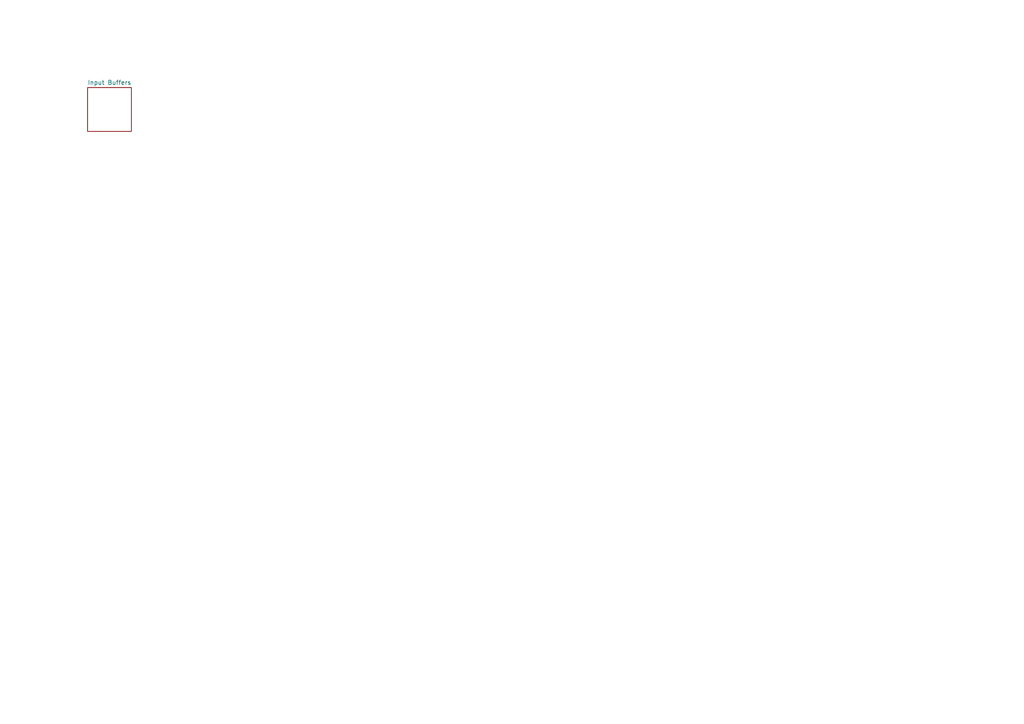
<source format=kicad_sch>
(kicad_sch
	(version 20250114)
	(generator "eeschema")
	(generator_version "9.0")
	(uuid "fab8fd4c-8a3b-4785-8dd9-fe88b60458c3")
	(paper "A4")
	(lib_symbols)
	(sheet
		(at 25.4 25.4)
		(size 12.7 12.7)
		(exclude_from_sim no)
		(in_bom yes)
		(on_board yes)
		(dnp no)
		(fields_autoplaced yes)
		(stroke
			(width 0.1524)
			(type solid)
		)
		(fill
			(color 0 0 0 0.0000)
		)
		(uuid "2e7c1244-c891-4715-8e56-eead9137cc37")
		(property "Sheetname" "Input Buffers"
			(at 25.4 24.6884 0)
			(effects
				(font
					(size 1.27 1.27)
				)
				(justify left bottom)
			)
		)
		(property "Sheetfile" "input-buffers.kicad_sch"
			(at 25.4 38.6846 0)
			(effects
				(font
					(size 1.27 1.27)
				)
				(justify left top)
				(hide yes)
			)
		)
		(instances
			(project "guitar-effect-components"
				(path "/fab8fd4c-8a3b-4785-8dd9-fe88b60458c3"
					(page "2")
				)
			)
		)
	)
	(sheet_instances
		(path "/"
			(page "1")
		)
	)
	(embedded_fonts no)
)

</source>
